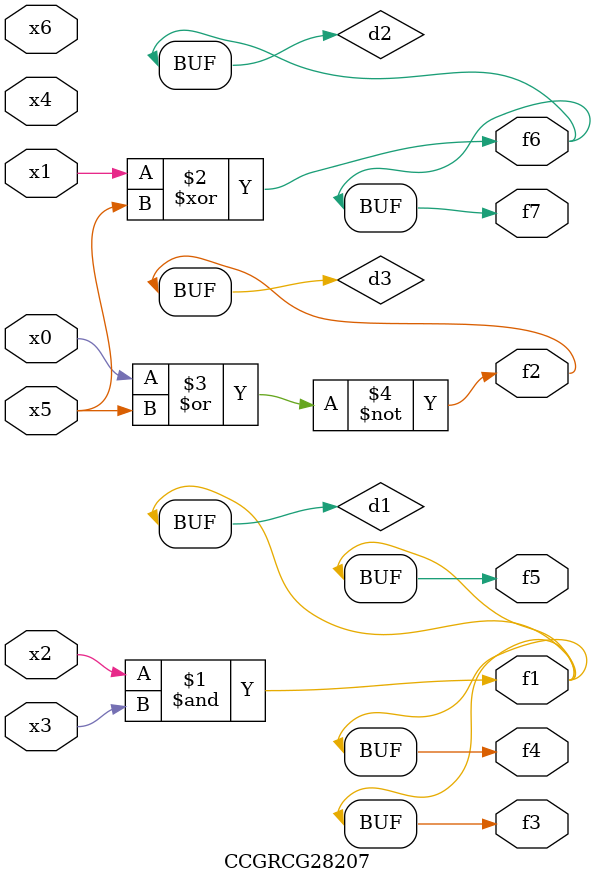
<source format=v>
module CCGRCG28207(
	input x0, x1, x2, x3, x4, x5, x6,
	output f1, f2, f3, f4, f5, f6, f7
);

	wire d1, d2, d3;

	and (d1, x2, x3);
	xor (d2, x1, x5);
	nor (d3, x0, x5);
	assign f1 = d1;
	assign f2 = d3;
	assign f3 = d1;
	assign f4 = d1;
	assign f5 = d1;
	assign f6 = d2;
	assign f7 = d2;
endmodule

</source>
